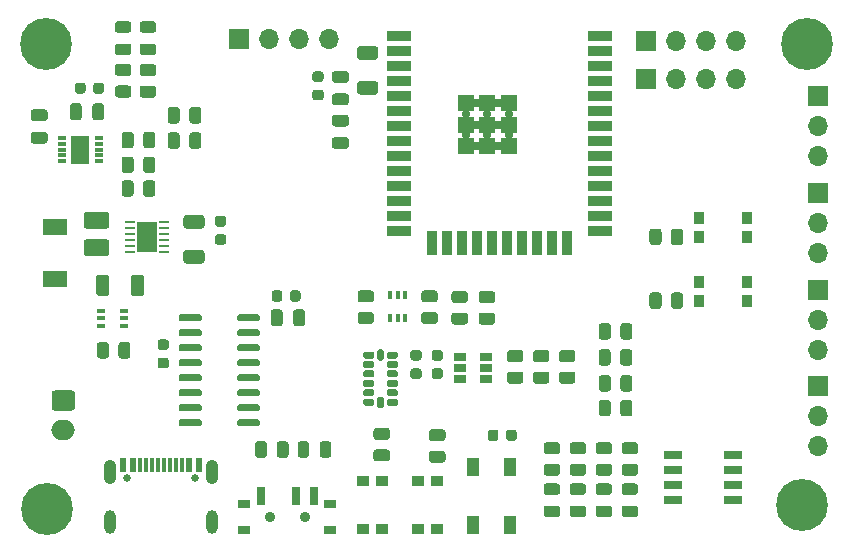
<source format=gbr>
%TF.GenerationSoftware,KiCad,Pcbnew,(5.1.12)-1*%
%TF.CreationDate,2021-12-17T12:12:49+01:00*%
%TF.ProjectId,ESP32-BOARD-V2.0,45535033-322d-4424-9f41-52442d56322e,rev?*%
%TF.SameCoordinates,Original*%
%TF.FileFunction,Soldermask,Top*%
%TF.FilePolarity,Negative*%
%FSLAX46Y46*%
G04 Gerber Fmt 4.6, Leading zero omitted, Abs format (unit mm)*
G04 Created by KiCad (PCBNEW (5.1.12)-1) date 2021-12-17 12:12:49*
%MOMM*%
%LPD*%
G01*
G04 APERTURE LIST*
%ADD10O,2.000000X1.700000*%
%ADD11R,1.550000X2.480000*%
%ADD12R,0.650000X0.300000*%
%ADD13R,1.000000X0.900000*%
%ADD14R,0.400000X0.650000*%
%ADD15R,1.600000X0.760000*%
%ADD16O,1.700000X1.700000*%
%ADD17R,1.700000X1.700000*%
%ADD18R,0.900000X1.000000*%
%ADD19C,4.400000*%
%ADD20C,0.762000*%
%ADD21R,1.330000X1.330000*%
%ADD22R,0.900000X2.000000*%
%ADD23R,2.000000X0.900000*%
%ADD24R,1.060000X0.650000*%
%ADD25R,0.840000X0.270000*%
%ADD26R,1.700000X2.500000*%
%ADD27R,1.000000X0.800000*%
%ADD28R,0.700000X1.500000*%
%ADD29C,0.900000*%
%ADD30R,0.650000X0.400000*%
%ADD31R,0.300000X1.150000*%
%ADD32R,0.600000X1.150000*%
%ADD33C,0.650000*%
%ADD34O,1.050000X2.100000*%
%ADD35O,1.000000X2.000000*%
%ADD36R,2.100000X1.400000*%
%ADD37R,1.000000X1.500000*%
G04 APERTURE END LIST*
D10*
%TO.C,J6*%
X94250000Y-98450000D03*
G36*
G01*
X93500000Y-95100000D02*
X95000000Y-95100000D01*
G75*
G02*
X95250000Y-95350000I0J-250000D01*
G01*
X95250000Y-96550000D01*
G75*
G02*
X95000000Y-96800000I-250000J0D01*
G01*
X93500000Y-96800000D01*
G75*
G02*
X93250000Y-96550000I0J250000D01*
G01*
X93250000Y-95350000D01*
G75*
G02*
X93500000Y-95100000I250000J0D01*
G01*
G37*
%TD*%
%TO.C,C16*%
G36*
G01*
X96125000Y-69250000D02*
X96125000Y-69750000D01*
G75*
G02*
X95900000Y-69975000I-225000J0D01*
G01*
X95450000Y-69975000D01*
G75*
G02*
X95225000Y-69750000I0J225000D01*
G01*
X95225000Y-69250000D01*
G75*
G02*
X95450000Y-69025000I225000J0D01*
G01*
X95900000Y-69025000D01*
G75*
G02*
X96125000Y-69250000I0J-225000D01*
G01*
G37*
G36*
G01*
X97675000Y-69250000D02*
X97675000Y-69750000D01*
G75*
G02*
X97450000Y-69975000I-225000J0D01*
G01*
X97000000Y-69975000D01*
G75*
G02*
X96775000Y-69750000I0J225000D01*
G01*
X96775000Y-69250000D01*
G75*
G02*
X97000000Y-69025000I225000J0D01*
G01*
X97450000Y-69025000D01*
G75*
G02*
X97675000Y-69250000I0J-225000D01*
G01*
G37*
%TD*%
%TO.C,U6*%
G36*
G01*
X108950000Y-89105000D02*
X108950000Y-88805000D01*
G75*
G02*
X109100000Y-88655000I150000J0D01*
G01*
X110750000Y-88655000D01*
G75*
G02*
X110900000Y-88805000I0J-150000D01*
G01*
X110900000Y-89105000D01*
G75*
G02*
X110750000Y-89255000I-150000J0D01*
G01*
X109100000Y-89255000D01*
G75*
G02*
X108950000Y-89105000I0J150000D01*
G01*
G37*
G36*
G01*
X108950000Y-90375000D02*
X108950000Y-90075000D01*
G75*
G02*
X109100000Y-89925000I150000J0D01*
G01*
X110750000Y-89925000D01*
G75*
G02*
X110900000Y-90075000I0J-150000D01*
G01*
X110900000Y-90375000D01*
G75*
G02*
X110750000Y-90525000I-150000J0D01*
G01*
X109100000Y-90525000D01*
G75*
G02*
X108950000Y-90375000I0J150000D01*
G01*
G37*
G36*
G01*
X108950000Y-91645000D02*
X108950000Y-91345000D01*
G75*
G02*
X109100000Y-91195000I150000J0D01*
G01*
X110750000Y-91195000D01*
G75*
G02*
X110900000Y-91345000I0J-150000D01*
G01*
X110900000Y-91645000D01*
G75*
G02*
X110750000Y-91795000I-150000J0D01*
G01*
X109100000Y-91795000D01*
G75*
G02*
X108950000Y-91645000I0J150000D01*
G01*
G37*
G36*
G01*
X108950000Y-92915000D02*
X108950000Y-92615000D01*
G75*
G02*
X109100000Y-92465000I150000J0D01*
G01*
X110750000Y-92465000D01*
G75*
G02*
X110900000Y-92615000I0J-150000D01*
G01*
X110900000Y-92915000D01*
G75*
G02*
X110750000Y-93065000I-150000J0D01*
G01*
X109100000Y-93065000D01*
G75*
G02*
X108950000Y-92915000I0J150000D01*
G01*
G37*
G36*
G01*
X108950000Y-94185000D02*
X108950000Y-93885000D01*
G75*
G02*
X109100000Y-93735000I150000J0D01*
G01*
X110750000Y-93735000D01*
G75*
G02*
X110900000Y-93885000I0J-150000D01*
G01*
X110900000Y-94185000D01*
G75*
G02*
X110750000Y-94335000I-150000J0D01*
G01*
X109100000Y-94335000D01*
G75*
G02*
X108950000Y-94185000I0J150000D01*
G01*
G37*
G36*
G01*
X108950000Y-95455000D02*
X108950000Y-95155000D01*
G75*
G02*
X109100000Y-95005000I150000J0D01*
G01*
X110750000Y-95005000D01*
G75*
G02*
X110900000Y-95155000I0J-150000D01*
G01*
X110900000Y-95455000D01*
G75*
G02*
X110750000Y-95605000I-150000J0D01*
G01*
X109100000Y-95605000D01*
G75*
G02*
X108950000Y-95455000I0J150000D01*
G01*
G37*
G36*
G01*
X108950000Y-96725000D02*
X108950000Y-96425000D01*
G75*
G02*
X109100000Y-96275000I150000J0D01*
G01*
X110750000Y-96275000D01*
G75*
G02*
X110900000Y-96425000I0J-150000D01*
G01*
X110900000Y-96725000D01*
G75*
G02*
X110750000Y-96875000I-150000J0D01*
G01*
X109100000Y-96875000D01*
G75*
G02*
X108950000Y-96725000I0J150000D01*
G01*
G37*
G36*
G01*
X108950000Y-97995000D02*
X108950000Y-97695000D01*
G75*
G02*
X109100000Y-97545000I150000J0D01*
G01*
X110750000Y-97545000D01*
G75*
G02*
X110900000Y-97695000I0J-150000D01*
G01*
X110900000Y-97995000D01*
G75*
G02*
X110750000Y-98145000I-150000J0D01*
G01*
X109100000Y-98145000D01*
G75*
G02*
X108950000Y-97995000I0J150000D01*
G01*
G37*
G36*
G01*
X104000000Y-97995000D02*
X104000000Y-97695000D01*
G75*
G02*
X104150000Y-97545000I150000J0D01*
G01*
X105800000Y-97545000D01*
G75*
G02*
X105950000Y-97695000I0J-150000D01*
G01*
X105950000Y-97995000D01*
G75*
G02*
X105800000Y-98145000I-150000J0D01*
G01*
X104150000Y-98145000D01*
G75*
G02*
X104000000Y-97995000I0J150000D01*
G01*
G37*
G36*
G01*
X104000000Y-96725000D02*
X104000000Y-96425000D01*
G75*
G02*
X104150000Y-96275000I150000J0D01*
G01*
X105800000Y-96275000D01*
G75*
G02*
X105950000Y-96425000I0J-150000D01*
G01*
X105950000Y-96725000D01*
G75*
G02*
X105800000Y-96875000I-150000J0D01*
G01*
X104150000Y-96875000D01*
G75*
G02*
X104000000Y-96725000I0J150000D01*
G01*
G37*
G36*
G01*
X104000000Y-95455000D02*
X104000000Y-95155000D01*
G75*
G02*
X104150000Y-95005000I150000J0D01*
G01*
X105800000Y-95005000D01*
G75*
G02*
X105950000Y-95155000I0J-150000D01*
G01*
X105950000Y-95455000D01*
G75*
G02*
X105800000Y-95605000I-150000J0D01*
G01*
X104150000Y-95605000D01*
G75*
G02*
X104000000Y-95455000I0J150000D01*
G01*
G37*
G36*
G01*
X104000000Y-94185000D02*
X104000000Y-93885000D01*
G75*
G02*
X104150000Y-93735000I150000J0D01*
G01*
X105800000Y-93735000D01*
G75*
G02*
X105950000Y-93885000I0J-150000D01*
G01*
X105950000Y-94185000D01*
G75*
G02*
X105800000Y-94335000I-150000J0D01*
G01*
X104150000Y-94335000D01*
G75*
G02*
X104000000Y-94185000I0J150000D01*
G01*
G37*
G36*
G01*
X104000000Y-92915000D02*
X104000000Y-92615000D01*
G75*
G02*
X104150000Y-92465000I150000J0D01*
G01*
X105800000Y-92465000D01*
G75*
G02*
X105950000Y-92615000I0J-150000D01*
G01*
X105950000Y-92915000D01*
G75*
G02*
X105800000Y-93065000I-150000J0D01*
G01*
X104150000Y-93065000D01*
G75*
G02*
X104000000Y-92915000I0J150000D01*
G01*
G37*
G36*
G01*
X104000000Y-91645000D02*
X104000000Y-91345000D01*
G75*
G02*
X104150000Y-91195000I150000J0D01*
G01*
X105800000Y-91195000D01*
G75*
G02*
X105950000Y-91345000I0J-150000D01*
G01*
X105950000Y-91645000D01*
G75*
G02*
X105800000Y-91795000I-150000J0D01*
G01*
X104150000Y-91795000D01*
G75*
G02*
X104000000Y-91645000I0J150000D01*
G01*
G37*
G36*
G01*
X104000000Y-90375000D02*
X104000000Y-90075000D01*
G75*
G02*
X104150000Y-89925000I150000J0D01*
G01*
X105800000Y-89925000D01*
G75*
G02*
X105950000Y-90075000I0J-150000D01*
G01*
X105950000Y-90375000D01*
G75*
G02*
X105800000Y-90525000I-150000J0D01*
G01*
X104150000Y-90525000D01*
G75*
G02*
X104000000Y-90375000I0J150000D01*
G01*
G37*
G36*
G01*
X104000000Y-89105000D02*
X104000000Y-88805000D01*
G75*
G02*
X104150000Y-88655000I150000J0D01*
G01*
X105800000Y-88655000D01*
G75*
G02*
X105950000Y-88805000I0J-150000D01*
G01*
X105950000Y-89105000D01*
G75*
G02*
X105800000Y-89255000I-150000J0D01*
G01*
X104150000Y-89255000D01*
G75*
G02*
X104000000Y-89105000I0J150000D01*
G01*
G37*
%TD*%
D11*
%TO.C,U1*%
X95675000Y-74700000D03*
D12*
X97225000Y-73700000D03*
X97225000Y-74200000D03*
X97225000Y-74700000D03*
X97225000Y-75200000D03*
X97225000Y-75700000D03*
X94125000Y-75700000D03*
X94125000Y-75200000D03*
X94125000Y-74700000D03*
X94125000Y-74200000D03*
X94125000Y-73700000D03*
%TD*%
D13*
%TO.C,SW2*%
X125900000Y-102750000D03*
X124300000Y-102750000D03*
X125900000Y-106850000D03*
X124300000Y-106850000D03*
%TD*%
%TO.C,SW1*%
X121200000Y-102750000D03*
X119600000Y-102750000D03*
X121200000Y-106850000D03*
X119600000Y-106850000D03*
%TD*%
%TO.C,R22*%
G36*
G01*
X125700001Y-87650000D02*
X124799999Y-87650000D01*
G75*
G02*
X124550000Y-87400001I0J249999D01*
G01*
X124550000Y-86874999D01*
G75*
G02*
X124799999Y-86625000I249999J0D01*
G01*
X125700001Y-86625000D01*
G75*
G02*
X125950000Y-86874999I0J-249999D01*
G01*
X125950000Y-87400001D01*
G75*
G02*
X125700001Y-87650000I-249999J0D01*
G01*
G37*
G36*
G01*
X125700001Y-89475000D02*
X124799999Y-89475000D01*
G75*
G02*
X124550000Y-89225001I0J249999D01*
G01*
X124550000Y-88699999D01*
G75*
G02*
X124799999Y-88450000I249999J0D01*
G01*
X125700001Y-88450000D01*
G75*
G02*
X125950000Y-88699999I0J-249999D01*
G01*
X125950000Y-89225001D01*
G75*
G02*
X125700001Y-89475000I-249999J0D01*
G01*
G37*
%TD*%
%TO.C,R20*%
G36*
G01*
X119399999Y-88450000D02*
X120300001Y-88450000D01*
G75*
G02*
X120550000Y-88699999I0J-249999D01*
G01*
X120550000Y-89225001D01*
G75*
G02*
X120300001Y-89475000I-249999J0D01*
G01*
X119399999Y-89475000D01*
G75*
G02*
X119150000Y-89225001I0J249999D01*
G01*
X119150000Y-88699999D01*
G75*
G02*
X119399999Y-88450000I249999J0D01*
G01*
G37*
G36*
G01*
X119399999Y-86625000D02*
X120300001Y-86625000D01*
G75*
G02*
X120550000Y-86874999I0J-249999D01*
G01*
X120550000Y-87400001D01*
G75*
G02*
X120300001Y-87650000I-249999J0D01*
G01*
X119399999Y-87650000D01*
G75*
G02*
X119150000Y-87400001I0J249999D01*
G01*
X119150000Y-86874999D01*
G75*
G02*
X119399999Y-86625000I249999J0D01*
G01*
G37*
%TD*%
D14*
%TO.C,Q1*%
X123200000Y-88950000D03*
X121900000Y-88950000D03*
X122550000Y-87050000D03*
X122550000Y-88950000D03*
X121900000Y-87050000D03*
X123200000Y-87050000D03*
%TD*%
D15*
%TO.C,J9*%
X150940000Y-100595000D03*
X145860000Y-104405000D03*
X150940000Y-101865000D03*
X145860000Y-103135000D03*
X150940000Y-103135000D03*
X145860000Y-101865000D03*
X150940000Y-104405000D03*
X145860000Y-100595000D03*
%TD*%
D16*
%TO.C,J2*%
X116720000Y-65350000D03*
X114180000Y-65350000D03*
X111640000Y-65350000D03*
D17*
X109100000Y-65350000D03*
%TD*%
%TO.C,C15*%
G36*
G01*
X112800000Y-88475000D02*
X112800000Y-89425000D01*
G75*
G02*
X112550000Y-89675000I-250000J0D01*
G01*
X112050000Y-89675000D01*
G75*
G02*
X111800000Y-89425000I0J250000D01*
G01*
X111800000Y-88475000D01*
G75*
G02*
X112050000Y-88225000I250000J0D01*
G01*
X112550000Y-88225000D01*
G75*
G02*
X112800000Y-88475000I0J-250000D01*
G01*
G37*
G36*
G01*
X114700000Y-88475000D02*
X114700000Y-89425000D01*
G75*
G02*
X114450000Y-89675000I-250000J0D01*
G01*
X113950000Y-89675000D01*
G75*
G02*
X113700000Y-89425000I0J250000D01*
G01*
X113700000Y-88475000D01*
G75*
G02*
X113950000Y-88225000I250000J0D01*
G01*
X114450000Y-88225000D01*
G75*
G02*
X114700000Y-88475000I0J-250000D01*
G01*
G37*
%TD*%
%TO.C,C14*%
G36*
G01*
X113425000Y-87350000D02*
X113425000Y-86850000D01*
G75*
G02*
X113650000Y-86625000I225000J0D01*
G01*
X114100000Y-86625000D01*
G75*
G02*
X114325000Y-86850000I0J-225000D01*
G01*
X114325000Y-87350000D01*
G75*
G02*
X114100000Y-87575000I-225000J0D01*
G01*
X113650000Y-87575000D01*
G75*
G02*
X113425000Y-87350000I0J225000D01*
G01*
G37*
G36*
G01*
X111875000Y-87350000D02*
X111875000Y-86850000D01*
G75*
G02*
X112100000Y-86625000I225000J0D01*
G01*
X112550000Y-86625000D01*
G75*
G02*
X112775000Y-86850000I0J-225000D01*
G01*
X112775000Y-87350000D01*
G75*
G02*
X112550000Y-87575000I-225000J0D01*
G01*
X112100000Y-87575000D01*
G75*
G02*
X111875000Y-87350000I0J225000D01*
G01*
G37*
%TD*%
%TO.C,C13*%
G36*
G01*
X102450000Y-92325000D02*
X102950000Y-92325000D01*
G75*
G02*
X103175000Y-92550000I0J-225000D01*
G01*
X103175000Y-93000000D01*
G75*
G02*
X102950000Y-93225000I-225000J0D01*
G01*
X102450000Y-93225000D01*
G75*
G02*
X102225000Y-93000000I0J225000D01*
G01*
X102225000Y-92550000D01*
G75*
G02*
X102450000Y-92325000I225000J0D01*
G01*
G37*
G36*
G01*
X102450000Y-90775000D02*
X102950000Y-90775000D01*
G75*
G02*
X103175000Y-91000000I0J-225000D01*
G01*
X103175000Y-91450000D01*
G75*
G02*
X102950000Y-91675000I-225000J0D01*
G01*
X102450000Y-91675000D01*
G75*
G02*
X102225000Y-91450000I0J225000D01*
G01*
X102225000Y-91000000D01*
G75*
G02*
X102450000Y-90775000I225000J0D01*
G01*
G37*
%TD*%
%TO.C,C12*%
G36*
G01*
X118175000Y-69050000D02*
X117225000Y-69050000D01*
G75*
G02*
X116975000Y-68800000I0J250000D01*
G01*
X116975000Y-68300000D01*
G75*
G02*
X117225000Y-68050000I250000J0D01*
G01*
X118175000Y-68050000D01*
G75*
G02*
X118425000Y-68300000I0J-250000D01*
G01*
X118425000Y-68800000D01*
G75*
G02*
X118175000Y-69050000I-250000J0D01*
G01*
G37*
G36*
G01*
X118175000Y-70950000D02*
X117225000Y-70950000D01*
G75*
G02*
X116975000Y-70700000I0J250000D01*
G01*
X116975000Y-70200000D01*
G75*
G02*
X117225000Y-69950000I250000J0D01*
G01*
X118175000Y-69950000D01*
G75*
G02*
X118425000Y-70200000I0J-250000D01*
G01*
X118425000Y-70700000D01*
G75*
G02*
X118175000Y-70950000I-250000J0D01*
G01*
G37*
%TD*%
%TO.C,C11*%
G36*
G01*
X115550000Y-69625000D02*
X116050000Y-69625000D01*
G75*
G02*
X116275000Y-69850000I0J-225000D01*
G01*
X116275000Y-70300000D01*
G75*
G02*
X116050000Y-70525000I-225000J0D01*
G01*
X115550000Y-70525000D01*
G75*
G02*
X115325000Y-70300000I0J225000D01*
G01*
X115325000Y-69850000D01*
G75*
G02*
X115550000Y-69625000I225000J0D01*
G01*
G37*
G36*
G01*
X115550000Y-68075000D02*
X116050000Y-68075000D01*
G75*
G02*
X116275000Y-68300000I0J-225000D01*
G01*
X116275000Y-68750000D01*
G75*
G02*
X116050000Y-68975000I-225000J0D01*
G01*
X115550000Y-68975000D01*
G75*
G02*
X115325000Y-68750000I0J225000D01*
G01*
X115325000Y-68300000D01*
G75*
G02*
X115550000Y-68075000I225000J0D01*
G01*
G37*
%TD*%
%TO.C,C10*%
G36*
G01*
X120650001Y-67100000D02*
X119349999Y-67100000D01*
G75*
G02*
X119100000Y-66850001I0J249999D01*
G01*
X119100000Y-66199999D01*
G75*
G02*
X119349999Y-65950000I249999J0D01*
G01*
X120650001Y-65950000D01*
G75*
G02*
X120900000Y-66199999I0J-249999D01*
G01*
X120900000Y-66850001D01*
G75*
G02*
X120650001Y-67100000I-249999J0D01*
G01*
G37*
G36*
G01*
X120650001Y-70050000D02*
X119349999Y-70050000D01*
G75*
G02*
X119100000Y-69800001I0J249999D01*
G01*
X119100000Y-69149999D01*
G75*
G02*
X119349999Y-68900000I249999J0D01*
G01*
X120650001Y-68900000D01*
G75*
G02*
X120900000Y-69149999I0J-249999D01*
G01*
X120900000Y-69800001D01*
G75*
G02*
X120650001Y-70050000I-249999J0D01*
G01*
G37*
%TD*%
%TO.C,C4*%
G36*
G01*
X118175000Y-72750000D02*
X117225000Y-72750000D01*
G75*
G02*
X116975000Y-72500000I0J250000D01*
G01*
X116975000Y-72000000D01*
G75*
G02*
X117225000Y-71750000I250000J0D01*
G01*
X118175000Y-71750000D01*
G75*
G02*
X118425000Y-72000000I0J-250000D01*
G01*
X118425000Y-72500000D01*
G75*
G02*
X118175000Y-72750000I-250000J0D01*
G01*
G37*
G36*
G01*
X118175000Y-74650000D02*
X117225000Y-74650000D01*
G75*
G02*
X116975000Y-74400000I0J250000D01*
G01*
X116975000Y-73900000D01*
G75*
G02*
X117225000Y-73650000I250000J0D01*
G01*
X118175000Y-73650000D01*
G75*
G02*
X118425000Y-73900000I0J-250000D01*
G01*
X118425000Y-74400000D01*
G75*
G02*
X118175000Y-74650000I-250000J0D01*
G01*
G37*
%TD*%
D18*
%TO.C,B2*%
X152150000Y-87500000D03*
X152150000Y-85900000D03*
X148050000Y-87500000D03*
X148050000Y-85900000D03*
%TD*%
%TO.C,B1*%
X152150000Y-82100000D03*
X152150000Y-80500000D03*
X148050000Y-82100000D03*
X148050000Y-80500000D03*
%TD*%
%TO.C,R11*%
G36*
G01*
X101000000Y-78450001D02*
X101000000Y-77549999D01*
G75*
G02*
X101249999Y-77300000I249999J0D01*
G01*
X101775001Y-77300000D01*
G75*
G02*
X102025000Y-77549999I0J-249999D01*
G01*
X102025000Y-78450001D01*
G75*
G02*
X101775001Y-78700000I-249999J0D01*
G01*
X101249999Y-78700000D01*
G75*
G02*
X101000000Y-78450001I0J249999D01*
G01*
G37*
G36*
G01*
X99175000Y-78450001D02*
X99175000Y-77549999D01*
G75*
G02*
X99424999Y-77300000I249999J0D01*
G01*
X99950001Y-77300000D01*
G75*
G02*
X100200000Y-77549999I0J-249999D01*
G01*
X100200000Y-78450001D01*
G75*
G02*
X99950001Y-78700000I-249999J0D01*
G01*
X99424999Y-78700000D01*
G75*
G02*
X99175000Y-78450001I0J249999D01*
G01*
G37*
%TD*%
%TO.C,R10*%
G36*
G01*
X101000000Y-76450001D02*
X101000000Y-75549999D01*
G75*
G02*
X101249999Y-75300000I249999J0D01*
G01*
X101775001Y-75300000D01*
G75*
G02*
X102025000Y-75549999I0J-249999D01*
G01*
X102025000Y-76450001D01*
G75*
G02*
X101775001Y-76700000I-249999J0D01*
G01*
X101249999Y-76700000D01*
G75*
G02*
X101000000Y-76450001I0J249999D01*
G01*
G37*
G36*
G01*
X99175000Y-76450001D02*
X99175000Y-75549999D01*
G75*
G02*
X99424999Y-75300000I249999J0D01*
G01*
X99950001Y-75300000D01*
G75*
G02*
X100200000Y-75549999I0J-249999D01*
G01*
X100200000Y-76450001D01*
G75*
G02*
X99950001Y-76700000I-249999J0D01*
G01*
X99424999Y-76700000D01*
G75*
G02*
X99175000Y-76450001I0J249999D01*
G01*
G37*
%TD*%
%TO.C,R6*%
G36*
G01*
X104900000Y-74400001D02*
X104900000Y-73499999D01*
G75*
G02*
X105149999Y-73250000I249999J0D01*
G01*
X105675001Y-73250000D01*
G75*
G02*
X105925000Y-73499999I0J-249999D01*
G01*
X105925000Y-74400001D01*
G75*
G02*
X105675001Y-74650000I-249999J0D01*
G01*
X105149999Y-74650000D01*
G75*
G02*
X104900000Y-74400001I0J249999D01*
G01*
G37*
G36*
G01*
X103075000Y-74400001D02*
X103075000Y-73499999D01*
G75*
G02*
X103324999Y-73250000I249999J0D01*
G01*
X103850001Y-73250000D01*
G75*
G02*
X104100000Y-73499999I0J-249999D01*
G01*
X104100000Y-74400001D01*
G75*
G02*
X103850001Y-74650000I-249999J0D01*
G01*
X103324999Y-74650000D01*
G75*
G02*
X103075000Y-74400001I0J249999D01*
G01*
G37*
%TD*%
%TO.C,R5*%
G36*
G01*
X104100000Y-71349999D02*
X104100000Y-72250001D01*
G75*
G02*
X103850001Y-72500000I-249999J0D01*
G01*
X103324999Y-72500000D01*
G75*
G02*
X103075000Y-72250001I0J249999D01*
G01*
X103075000Y-71349999D01*
G75*
G02*
X103324999Y-71100000I249999J0D01*
G01*
X103850001Y-71100000D01*
G75*
G02*
X104100000Y-71349999I0J-249999D01*
G01*
G37*
G36*
G01*
X105925000Y-71349999D02*
X105925000Y-72250001D01*
G75*
G02*
X105675001Y-72500000I-249999J0D01*
G01*
X105149999Y-72500000D01*
G75*
G02*
X104900000Y-72250001I0J249999D01*
G01*
X104900000Y-71349999D01*
G75*
G02*
X105149999Y-71100000I249999J0D01*
G01*
X105675001Y-71100000D01*
G75*
G02*
X105925000Y-71349999I0J-249999D01*
G01*
G37*
%TD*%
D16*
%TO.C,J5*%
X158100000Y-99780000D03*
X158100000Y-97240000D03*
D17*
X158100000Y-94700000D03*
%TD*%
D16*
%TO.C,J8*%
X151220000Y-68700000D03*
X148680000Y-68700000D03*
X146140000Y-68700000D03*
D17*
X143600000Y-68700000D03*
%TD*%
D16*
%TO.C,J4*%
X158100000Y-83480000D03*
X158100000Y-80940000D03*
D17*
X158100000Y-78400000D03*
%TD*%
D16*
%TO.C,J3*%
X158100000Y-91680000D03*
X158100000Y-89140000D03*
D17*
X158100000Y-86600000D03*
%TD*%
D16*
%TO.C,J1*%
X158100000Y-75280000D03*
X158100000Y-72740000D03*
D17*
X158100000Y-70200000D03*
%TD*%
%TO.C,R14*%
G36*
G01*
X144887500Y-81649999D02*
X144887500Y-82550001D01*
G75*
G02*
X144637501Y-82800000I-249999J0D01*
G01*
X144112499Y-82800000D01*
G75*
G02*
X143862500Y-82550001I0J249999D01*
G01*
X143862500Y-81649999D01*
G75*
G02*
X144112499Y-81400000I249999J0D01*
G01*
X144637501Y-81400000D01*
G75*
G02*
X144887500Y-81649999I0J-249999D01*
G01*
G37*
G36*
G01*
X146712500Y-81649999D02*
X146712500Y-82550001D01*
G75*
G02*
X146462501Y-82800000I-249999J0D01*
G01*
X145937499Y-82800000D01*
G75*
G02*
X145687500Y-82550001I0J249999D01*
G01*
X145687500Y-81649999D01*
G75*
G02*
X145937499Y-81400000I249999J0D01*
G01*
X146462501Y-81400000D01*
G75*
G02*
X146712500Y-81649999I0J-249999D01*
G01*
G37*
%TD*%
%TO.C,R12*%
G36*
G01*
X144887500Y-87049999D02*
X144887500Y-87950001D01*
G75*
G02*
X144637501Y-88200000I-249999J0D01*
G01*
X144112499Y-88200000D01*
G75*
G02*
X143862500Y-87950001I0J249999D01*
G01*
X143862500Y-87049999D01*
G75*
G02*
X144112499Y-86800000I249999J0D01*
G01*
X144637501Y-86800000D01*
G75*
G02*
X144887500Y-87049999I0J-249999D01*
G01*
G37*
G36*
G01*
X146712500Y-87049999D02*
X146712500Y-87950001D01*
G75*
G02*
X146462501Y-88200000I-249999J0D01*
G01*
X145937499Y-88200000D01*
G75*
G02*
X145687500Y-87950001I0J249999D01*
G01*
X145687500Y-87049999D01*
G75*
G02*
X145937499Y-86800000I249999J0D01*
G01*
X146462501Y-86800000D01*
G75*
G02*
X146712500Y-87049999I0J-249999D01*
G01*
G37*
%TD*%
D19*
%TO.C,H4*%
X157200000Y-65800000D03*
%TD*%
%TO.C,H3*%
X156800000Y-104800000D03*
%TD*%
%TO.C,H2*%
X92900000Y-105100000D03*
%TD*%
%TO.C,H1*%
X92800000Y-65800000D03*
%TD*%
D16*
%TO.C,J7*%
X151220000Y-65500000D03*
X148680000Y-65500000D03*
X146140000Y-65500000D03*
D17*
X143600000Y-65500000D03*
%TD*%
%TO.C,TH1*%
G36*
G01*
X130550001Y-87700000D02*
X129649999Y-87700000D01*
G75*
G02*
X129400000Y-87450001I0J249999D01*
G01*
X129400000Y-86924999D01*
G75*
G02*
X129649999Y-86675000I249999J0D01*
G01*
X130550001Y-86675000D01*
G75*
G02*
X130800000Y-86924999I0J-249999D01*
G01*
X130800000Y-87450001D01*
G75*
G02*
X130550001Y-87700000I-249999J0D01*
G01*
G37*
G36*
G01*
X130550001Y-89525000D02*
X129649999Y-89525000D01*
G75*
G02*
X129400000Y-89275001I0J249999D01*
G01*
X129400000Y-88749999D01*
G75*
G02*
X129649999Y-88500000I249999J0D01*
G01*
X130550001Y-88500000D01*
G75*
G02*
X130800000Y-88749999I0J-249999D01*
G01*
X130800000Y-89275001D01*
G75*
G02*
X130550001Y-89525000I-249999J0D01*
G01*
G37*
%TD*%
%TO.C,R21*%
G36*
G01*
X127349999Y-88500000D02*
X128250001Y-88500000D01*
G75*
G02*
X128500000Y-88749999I0J-249999D01*
G01*
X128500000Y-89275001D01*
G75*
G02*
X128250001Y-89525000I-249999J0D01*
G01*
X127349999Y-89525000D01*
G75*
G02*
X127100000Y-89275001I0J249999D01*
G01*
X127100000Y-88749999D01*
G75*
G02*
X127349999Y-88500000I249999J0D01*
G01*
G37*
G36*
G01*
X127349999Y-86675000D02*
X128250001Y-86675000D01*
G75*
G02*
X128500000Y-86924999I0J-249999D01*
G01*
X128500000Y-87450001D01*
G75*
G02*
X128250001Y-87700000I-249999J0D01*
G01*
X127349999Y-87700000D01*
G75*
G02*
X127100000Y-87450001I0J249999D01*
G01*
X127100000Y-86924999D01*
G75*
G02*
X127349999Y-86675000I249999J0D01*
G01*
G37*
%TD*%
%TO.C,R17*%
G36*
G01*
X140600000Y-96149999D02*
X140600000Y-97050001D01*
G75*
G02*
X140350001Y-97300000I-249999J0D01*
G01*
X139824999Y-97300000D01*
G75*
G02*
X139575000Y-97050001I0J249999D01*
G01*
X139575000Y-96149999D01*
G75*
G02*
X139824999Y-95900000I249999J0D01*
G01*
X140350001Y-95900000D01*
G75*
G02*
X140600000Y-96149999I0J-249999D01*
G01*
G37*
G36*
G01*
X142425000Y-96149999D02*
X142425000Y-97050001D01*
G75*
G02*
X142175001Y-97300000I-249999J0D01*
G01*
X141649999Y-97300000D01*
G75*
G02*
X141400000Y-97050001I0J249999D01*
G01*
X141400000Y-96149999D01*
G75*
G02*
X141649999Y-95900000I249999J0D01*
G01*
X142175001Y-95900000D01*
G75*
G02*
X142425000Y-96149999I0J-249999D01*
G01*
G37*
%TD*%
%TO.C,R16*%
G36*
G01*
X140600000Y-94049999D02*
X140600000Y-94950001D01*
G75*
G02*
X140350001Y-95200000I-249999J0D01*
G01*
X139824999Y-95200000D01*
G75*
G02*
X139575000Y-94950001I0J249999D01*
G01*
X139575000Y-94049999D01*
G75*
G02*
X139824999Y-93800000I249999J0D01*
G01*
X140350001Y-93800000D01*
G75*
G02*
X140600000Y-94049999I0J-249999D01*
G01*
G37*
G36*
G01*
X142425000Y-94049999D02*
X142425000Y-94950001D01*
G75*
G02*
X142175001Y-95200000I-249999J0D01*
G01*
X141649999Y-95200000D01*
G75*
G02*
X141400000Y-94950001I0J249999D01*
G01*
X141400000Y-94049999D01*
G75*
G02*
X141649999Y-93800000I249999J0D01*
G01*
X142175001Y-93800000D01*
G75*
G02*
X142425000Y-94049999I0J-249999D01*
G01*
G37*
%TD*%
%TO.C,R15*%
G36*
G01*
X140587500Y-91849999D02*
X140587500Y-92750001D01*
G75*
G02*
X140337501Y-93000000I-249999J0D01*
G01*
X139812499Y-93000000D01*
G75*
G02*
X139562500Y-92750001I0J249999D01*
G01*
X139562500Y-91849999D01*
G75*
G02*
X139812499Y-91600000I249999J0D01*
G01*
X140337501Y-91600000D01*
G75*
G02*
X140587500Y-91849999I0J-249999D01*
G01*
G37*
G36*
G01*
X142412500Y-91849999D02*
X142412500Y-92750001D01*
G75*
G02*
X142162501Y-93000000I-249999J0D01*
G01*
X141637499Y-93000000D01*
G75*
G02*
X141387500Y-92750001I0J249999D01*
G01*
X141387500Y-91849999D01*
G75*
G02*
X141637499Y-91600000I249999J0D01*
G01*
X142162501Y-91600000D01*
G75*
G02*
X142412500Y-91849999I0J-249999D01*
G01*
G37*
%TD*%
%TO.C,R13*%
G36*
G01*
X140600000Y-89649999D02*
X140600000Y-90550001D01*
G75*
G02*
X140350001Y-90800000I-249999J0D01*
G01*
X139824999Y-90800000D01*
G75*
G02*
X139575000Y-90550001I0J249999D01*
G01*
X139575000Y-89649999D01*
G75*
G02*
X139824999Y-89400000I249999J0D01*
G01*
X140350001Y-89400000D01*
G75*
G02*
X140600000Y-89649999I0J-249999D01*
G01*
G37*
G36*
G01*
X142425000Y-89649999D02*
X142425000Y-90550001D01*
G75*
G02*
X142175001Y-90800000I-249999J0D01*
G01*
X141649999Y-90800000D01*
G75*
G02*
X141400000Y-90550001I0J249999D01*
G01*
X141400000Y-89649999D01*
G75*
G02*
X141649999Y-89400000I249999J0D01*
G01*
X142175001Y-89400000D01*
G75*
G02*
X142425000Y-89649999I0J-249999D01*
G01*
G37*
%TD*%
%TO.C,R27*%
G36*
G01*
X111500000Y-99649999D02*
X111500000Y-100550001D01*
G75*
G02*
X111250001Y-100800000I-249999J0D01*
G01*
X110724999Y-100800000D01*
G75*
G02*
X110475000Y-100550001I0J249999D01*
G01*
X110475000Y-99649999D01*
G75*
G02*
X110724999Y-99400000I249999J0D01*
G01*
X111250001Y-99400000D01*
G75*
G02*
X111500000Y-99649999I0J-249999D01*
G01*
G37*
G36*
G01*
X113325000Y-99649999D02*
X113325000Y-100550001D01*
G75*
G02*
X113075001Y-100800000I-249999J0D01*
G01*
X112549999Y-100800000D01*
G75*
G02*
X112300000Y-100550001I0J249999D01*
G01*
X112300000Y-99649999D01*
G75*
G02*
X112549999Y-99400000I249999J0D01*
G01*
X113075001Y-99400000D01*
G75*
G02*
X113325000Y-99649999I0J-249999D01*
G01*
G37*
%TD*%
%TO.C,D9*%
G36*
G01*
X115950000Y-100556250D02*
X115950000Y-99643750D01*
G75*
G02*
X116193750Y-99400000I243750J0D01*
G01*
X116681250Y-99400000D01*
G75*
G02*
X116925000Y-99643750I0J-243750D01*
G01*
X116925000Y-100556250D01*
G75*
G02*
X116681250Y-100800000I-243750J0D01*
G01*
X116193750Y-100800000D01*
G75*
G02*
X115950000Y-100556250I0J243750D01*
G01*
G37*
G36*
G01*
X114075000Y-100556250D02*
X114075000Y-99643750D01*
G75*
G02*
X114318750Y-99400000I243750J0D01*
G01*
X114806250Y-99400000D01*
G75*
G02*
X115050000Y-99643750I0J-243750D01*
G01*
X115050000Y-100556250D01*
G75*
G02*
X114806250Y-100800000I-243750J0D01*
G01*
X114318750Y-100800000D01*
G75*
G02*
X114075000Y-100556250I0J243750D01*
G01*
G37*
%TD*%
%TO.C,C9*%
G36*
G01*
X107300000Y-81875000D02*
X107800000Y-81875000D01*
G75*
G02*
X108025000Y-82100000I0J-225000D01*
G01*
X108025000Y-82550000D01*
G75*
G02*
X107800000Y-82775000I-225000J0D01*
G01*
X107300000Y-82775000D01*
G75*
G02*
X107075000Y-82550000I0J225000D01*
G01*
X107075000Y-82100000D01*
G75*
G02*
X107300000Y-81875000I225000J0D01*
G01*
G37*
G36*
G01*
X107300000Y-80325000D02*
X107800000Y-80325000D01*
G75*
G02*
X108025000Y-80550000I0J-225000D01*
G01*
X108025000Y-81000000D01*
G75*
G02*
X107800000Y-81225000I-225000J0D01*
G01*
X107300000Y-81225000D01*
G75*
G02*
X107075000Y-81000000I0J225000D01*
G01*
X107075000Y-80550000D01*
G75*
G02*
X107300000Y-80325000I225000J0D01*
G01*
G37*
%TD*%
D20*
%TO.C,U2*%
X131067500Y-74425000D03*
X129232500Y-74425000D03*
X131067500Y-70755000D03*
X129232500Y-70755000D03*
X131067500Y-72590000D03*
X129232500Y-72590000D03*
X131985000Y-73507500D03*
X130150000Y-73507500D03*
X128315000Y-73507500D03*
X131985000Y-71672500D03*
X128315000Y-71672500D03*
X130150000Y-71672500D03*
D21*
X131985000Y-74425000D03*
X128315000Y-74425000D03*
X130150000Y-74425000D03*
X131985000Y-70755000D03*
X128315000Y-70755000D03*
X130150000Y-70755000D03*
X131985000Y-72590000D03*
X128315000Y-72590000D03*
X130150000Y-72590000D03*
D22*
X125435000Y-82600000D03*
X126705000Y-82600000D03*
X127975000Y-82600000D03*
X129245000Y-82600000D03*
X130515000Y-82600000D03*
X136865000Y-82600000D03*
X135595000Y-82600000D03*
X134325000Y-82600000D03*
X133055000Y-82600000D03*
X131785000Y-82600000D03*
D23*
X139650000Y-65090000D03*
X139650000Y-66360000D03*
X139650000Y-67630000D03*
X139650000Y-68900000D03*
X139650000Y-70170000D03*
X139650000Y-71440000D03*
X139650000Y-72710000D03*
X139650000Y-73980000D03*
X139650000Y-75250000D03*
X139650000Y-76520000D03*
X139650000Y-77790000D03*
X139650000Y-79060000D03*
X139650000Y-80330000D03*
X139650000Y-81600000D03*
X122650000Y-65090000D03*
X122650000Y-66360000D03*
X122650000Y-67630000D03*
X122650000Y-68900000D03*
X122650000Y-70170000D03*
X122650000Y-71440000D03*
X122650000Y-72710000D03*
X122650000Y-73980000D03*
X122650000Y-75250000D03*
X122650000Y-76520000D03*
X122650000Y-77790000D03*
X122650000Y-79060000D03*
X122650000Y-80330000D03*
X122650000Y-81600000D03*
%TD*%
D24*
%TO.C,U5*%
X130050000Y-93175000D03*
X130050000Y-92225000D03*
X130050000Y-94125000D03*
X127850000Y-94125000D03*
X127850000Y-93175000D03*
X127850000Y-92225000D03*
%TD*%
D25*
%TO.C,U4*%
X99855000Y-80850000D03*
X99855000Y-81350000D03*
X99855000Y-81850000D03*
X99855000Y-82350000D03*
X99855000Y-82850000D03*
X99855000Y-83350000D03*
X102745000Y-83350000D03*
X102745000Y-82850000D03*
X102745000Y-82350000D03*
X102745000Y-81850000D03*
X102745000Y-81350000D03*
X102745000Y-80850000D03*
D26*
X101300000Y-82100000D03*
%TD*%
%TO.C,U3*%
G36*
G01*
X121400000Y-95775000D02*
X121400000Y-96425000D01*
G75*
G02*
X121250000Y-96575000I-150000J0D01*
G01*
X120950000Y-96575000D01*
G75*
G02*
X120800000Y-96425000I0J150000D01*
G01*
X120800000Y-95775000D01*
G75*
G02*
X120950000Y-95625000I150000J0D01*
G01*
X121250000Y-95625000D01*
G75*
G02*
X121400000Y-95775000I0J-150000D01*
G01*
G37*
G36*
G01*
X120575000Y-95950000D02*
X120575000Y-96250000D01*
G75*
G02*
X120425000Y-96400000I-150000J0D01*
G01*
X119775000Y-96400000D01*
G75*
G02*
X119625000Y-96250000I0J150000D01*
G01*
X119625000Y-95950000D01*
G75*
G02*
X119775000Y-95800000I150000J0D01*
G01*
X120425000Y-95800000D01*
G75*
G02*
X120575000Y-95950000I0J-150000D01*
G01*
G37*
G36*
G01*
X120575000Y-95150000D02*
X120575000Y-95450000D01*
G75*
G02*
X120425000Y-95600000I-150000J0D01*
G01*
X119775000Y-95600000D01*
G75*
G02*
X119625000Y-95450000I0J150000D01*
G01*
X119625000Y-95150000D01*
G75*
G02*
X119775000Y-95000000I150000J0D01*
G01*
X120425000Y-95000000D01*
G75*
G02*
X120575000Y-95150000I0J-150000D01*
G01*
G37*
G36*
G01*
X120575000Y-94350000D02*
X120575000Y-94650000D01*
G75*
G02*
X120425000Y-94800000I-150000J0D01*
G01*
X119775000Y-94800000D01*
G75*
G02*
X119625000Y-94650000I0J150000D01*
G01*
X119625000Y-94350000D01*
G75*
G02*
X119775000Y-94200000I150000J0D01*
G01*
X120425000Y-94200000D01*
G75*
G02*
X120575000Y-94350000I0J-150000D01*
G01*
G37*
G36*
G01*
X120575000Y-93550000D02*
X120575000Y-93850000D01*
G75*
G02*
X120425000Y-94000000I-150000J0D01*
G01*
X119775000Y-94000000D01*
G75*
G02*
X119625000Y-93850000I0J150000D01*
G01*
X119625000Y-93550000D01*
G75*
G02*
X119775000Y-93400000I150000J0D01*
G01*
X120425000Y-93400000D01*
G75*
G02*
X120575000Y-93550000I0J-150000D01*
G01*
G37*
G36*
G01*
X120575000Y-92750000D02*
X120575000Y-93050000D01*
G75*
G02*
X120425000Y-93200000I-150000J0D01*
G01*
X119775000Y-93200000D01*
G75*
G02*
X119625000Y-93050000I0J150000D01*
G01*
X119625000Y-92750000D01*
G75*
G02*
X119775000Y-92600000I150000J0D01*
G01*
X120425000Y-92600000D01*
G75*
G02*
X120575000Y-92750000I0J-150000D01*
G01*
G37*
G36*
G01*
X120575000Y-91950000D02*
X120575000Y-92250000D01*
G75*
G02*
X120425000Y-92400000I-150000J0D01*
G01*
X119775000Y-92400000D01*
G75*
G02*
X119625000Y-92250000I0J150000D01*
G01*
X119625000Y-91950000D01*
G75*
G02*
X119775000Y-91800000I150000J0D01*
G01*
X120425000Y-91800000D01*
G75*
G02*
X120575000Y-91950000I0J-150000D01*
G01*
G37*
G36*
G01*
X121400000Y-91775000D02*
X121400000Y-92425000D01*
G75*
G02*
X121250000Y-92575000I-150000J0D01*
G01*
X120950000Y-92575000D01*
G75*
G02*
X120800000Y-92425000I0J150000D01*
G01*
X120800000Y-91775000D01*
G75*
G02*
X120950000Y-91625000I150000J0D01*
G01*
X121250000Y-91625000D01*
G75*
G02*
X121400000Y-91775000I0J-150000D01*
G01*
G37*
G36*
G01*
X122575000Y-91950000D02*
X122575000Y-92250000D01*
G75*
G02*
X122425000Y-92400000I-150000J0D01*
G01*
X121775000Y-92400000D01*
G75*
G02*
X121625000Y-92250000I0J150000D01*
G01*
X121625000Y-91950000D01*
G75*
G02*
X121775000Y-91800000I150000J0D01*
G01*
X122425000Y-91800000D01*
G75*
G02*
X122575000Y-91950000I0J-150000D01*
G01*
G37*
G36*
G01*
X122575000Y-92750000D02*
X122575000Y-93050000D01*
G75*
G02*
X122425000Y-93200000I-150000J0D01*
G01*
X121775000Y-93200000D01*
G75*
G02*
X121625000Y-93050000I0J150000D01*
G01*
X121625000Y-92750000D01*
G75*
G02*
X121775000Y-92600000I150000J0D01*
G01*
X122425000Y-92600000D01*
G75*
G02*
X122575000Y-92750000I0J-150000D01*
G01*
G37*
G36*
G01*
X122575000Y-93550000D02*
X122575000Y-93850000D01*
G75*
G02*
X122425000Y-94000000I-150000J0D01*
G01*
X121775000Y-94000000D01*
G75*
G02*
X121625000Y-93850000I0J150000D01*
G01*
X121625000Y-93550000D01*
G75*
G02*
X121775000Y-93400000I150000J0D01*
G01*
X122425000Y-93400000D01*
G75*
G02*
X122575000Y-93550000I0J-150000D01*
G01*
G37*
G36*
G01*
X122575000Y-94350000D02*
X122575000Y-94650000D01*
G75*
G02*
X122425000Y-94800000I-150000J0D01*
G01*
X121775000Y-94800000D01*
G75*
G02*
X121625000Y-94650000I0J150000D01*
G01*
X121625000Y-94350000D01*
G75*
G02*
X121775000Y-94200000I150000J0D01*
G01*
X122425000Y-94200000D01*
G75*
G02*
X122575000Y-94350000I0J-150000D01*
G01*
G37*
G36*
G01*
X122575000Y-95150000D02*
X122575000Y-95450000D01*
G75*
G02*
X122425000Y-95600000I-150000J0D01*
G01*
X121775000Y-95600000D01*
G75*
G02*
X121625000Y-95450000I0J150000D01*
G01*
X121625000Y-95150000D01*
G75*
G02*
X121775000Y-95000000I150000J0D01*
G01*
X122425000Y-95000000D01*
G75*
G02*
X122575000Y-95150000I0J-150000D01*
G01*
G37*
G36*
G01*
X122575000Y-95950000D02*
X122575000Y-96250000D01*
G75*
G02*
X122425000Y-96400000I-150000J0D01*
G01*
X121775000Y-96400000D01*
G75*
G02*
X121625000Y-96250000I0J150000D01*
G01*
X121625000Y-95950000D01*
G75*
G02*
X121775000Y-95800000I150000J0D01*
G01*
X122425000Y-95800000D01*
G75*
G02*
X122575000Y-95950000I0J-150000D01*
G01*
G37*
%TD*%
D27*
%TO.C,SW3*%
X109550000Y-104720000D03*
X116850000Y-104720000D03*
X116850000Y-106930000D03*
X109550000Y-106930000D03*
D28*
X115450000Y-104070000D03*
X113950000Y-104070000D03*
X110950000Y-104070000D03*
D29*
X114700000Y-105830000D03*
X111700000Y-105830000D03*
%TD*%
%TO.C,R26*%
G36*
G01*
X135150001Y-92700000D02*
X134249999Y-92700000D01*
G75*
G02*
X134000000Y-92450001I0J249999D01*
G01*
X134000000Y-91924999D01*
G75*
G02*
X134249999Y-91675000I249999J0D01*
G01*
X135150001Y-91675000D01*
G75*
G02*
X135400000Y-91924999I0J-249999D01*
G01*
X135400000Y-92450001D01*
G75*
G02*
X135150001Y-92700000I-249999J0D01*
G01*
G37*
G36*
G01*
X135150001Y-94525000D02*
X134249999Y-94525000D01*
G75*
G02*
X134000000Y-94275001I0J249999D01*
G01*
X134000000Y-93749999D01*
G75*
G02*
X134249999Y-93500000I249999J0D01*
G01*
X135150001Y-93500000D01*
G75*
G02*
X135400000Y-93749999I0J-249999D01*
G01*
X135400000Y-94275001D01*
G75*
G02*
X135150001Y-94525000I-249999J0D01*
G01*
G37*
%TD*%
%TO.C,R25*%
G36*
G01*
X137350001Y-92700000D02*
X136449999Y-92700000D01*
G75*
G02*
X136200000Y-92450001I0J249999D01*
G01*
X136200000Y-91924999D01*
G75*
G02*
X136449999Y-91675000I249999J0D01*
G01*
X137350001Y-91675000D01*
G75*
G02*
X137600000Y-91924999I0J-249999D01*
G01*
X137600000Y-92450001D01*
G75*
G02*
X137350001Y-92700000I-249999J0D01*
G01*
G37*
G36*
G01*
X137350001Y-94525000D02*
X136449999Y-94525000D01*
G75*
G02*
X136200000Y-94275001I0J249999D01*
G01*
X136200000Y-93749999D01*
G75*
G02*
X136449999Y-93500000I249999J0D01*
G01*
X137350001Y-93500000D01*
G75*
G02*
X137600000Y-93749999I0J-249999D01*
G01*
X137600000Y-94275001D01*
G75*
G02*
X137350001Y-94525000I-249999J0D01*
G01*
G37*
%TD*%
%TO.C,R24*%
G36*
G01*
X132950001Y-92700000D02*
X132049999Y-92700000D01*
G75*
G02*
X131800000Y-92450001I0J249999D01*
G01*
X131800000Y-91924999D01*
G75*
G02*
X132049999Y-91675000I249999J0D01*
G01*
X132950001Y-91675000D01*
G75*
G02*
X133200000Y-91924999I0J-249999D01*
G01*
X133200000Y-92450001D01*
G75*
G02*
X132950001Y-92700000I-249999J0D01*
G01*
G37*
G36*
G01*
X132950001Y-94525000D02*
X132049999Y-94525000D01*
G75*
G02*
X131800000Y-94275001I0J249999D01*
G01*
X131800000Y-93749999D01*
G75*
G02*
X132049999Y-93500000I249999J0D01*
G01*
X132950001Y-93500000D01*
G75*
G02*
X133200000Y-93749999I0J-249999D01*
G01*
X133200000Y-94275001D01*
G75*
G02*
X132950001Y-94525000I-249999J0D01*
G01*
G37*
%TD*%
%TO.C,R23*%
G36*
G01*
X98900000Y-92150001D02*
X98900000Y-91249999D01*
G75*
G02*
X99149999Y-91000000I249999J0D01*
G01*
X99675001Y-91000000D01*
G75*
G02*
X99925000Y-91249999I0J-249999D01*
G01*
X99925000Y-92150001D01*
G75*
G02*
X99675001Y-92400000I-249999J0D01*
G01*
X99149999Y-92400000D01*
G75*
G02*
X98900000Y-92150001I0J249999D01*
G01*
G37*
G36*
G01*
X97075000Y-92150001D02*
X97075000Y-91249999D01*
G75*
G02*
X97324999Y-91000000I249999J0D01*
G01*
X97850001Y-91000000D01*
G75*
G02*
X98100000Y-91249999I0J-249999D01*
G01*
X98100000Y-92150001D01*
G75*
G02*
X97850001Y-92400000I-249999J0D01*
G01*
X97324999Y-92400000D01*
G75*
G02*
X97075000Y-92150001I0J249999D01*
G01*
G37*
%TD*%
%TO.C,R19*%
G36*
G01*
X125449999Y-100200000D02*
X126350001Y-100200000D01*
G75*
G02*
X126600000Y-100449999I0J-249999D01*
G01*
X126600000Y-100975001D01*
G75*
G02*
X126350001Y-101225000I-249999J0D01*
G01*
X125449999Y-101225000D01*
G75*
G02*
X125200000Y-100975001I0J249999D01*
G01*
X125200000Y-100449999D01*
G75*
G02*
X125449999Y-100200000I249999J0D01*
G01*
G37*
G36*
G01*
X125449999Y-98375000D02*
X126350001Y-98375000D01*
G75*
G02*
X126600000Y-98624999I0J-249999D01*
G01*
X126600000Y-99150001D01*
G75*
G02*
X126350001Y-99400000I-249999J0D01*
G01*
X125449999Y-99400000D01*
G75*
G02*
X125200000Y-99150001I0J249999D01*
G01*
X125200000Y-98624999D01*
G75*
G02*
X125449999Y-98375000I249999J0D01*
G01*
G37*
%TD*%
%TO.C,R18*%
G36*
G01*
X120749999Y-100087500D02*
X121650001Y-100087500D01*
G75*
G02*
X121900000Y-100337499I0J-249999D01*
G01*
X121900000Y-100862501D01*
G75*
G02*
X121650001Y-101112500I-249999J0D01*
G01*
X120749999Y-101112500D01*
G75*
G02*
X120500000Y-100862501I0J249999D01*
G01*
X120500000Y-100337499D01*
G75*
G02*
X120749999Y-100087500I249999J0D01*
G01*
G37*
G36*
G01*
X120749999Y-98262500D02*
X121650001Y-98262500D01*
G75*
G02*
X121900000Y-98512499I0J-249999D01*
G01*
X121900000Y-99037501D01*
G75*
G02*
X121650001Y-99287500I-249999J0D01*
G01*
X120749999Y-99287500D01*
G75*
G02*
X120500000Y-99037501I0J249999D01*
G01*
X120500000Y-98512499D01*
G75*
G02*
X120749999Y-98262500I249999J0D01*
G01*
G37*
%TD*%
%TO.C,R9*%
G36*
G01*
X101000000Y-74350001D02*
X101000000Y-73449999D01*
G75*
G02*
X101249999Y-73200000I249999J0D01*
G01*
X101775001Y-73200000D01*
G75*
G02*
X102025000Y-73449999I0J-249999D01*
G01*
X102025000Y-74350001D01*
G75*
G02*
X101775001Y-74600000I-249999J0D01*
G01*
X101249999Y-74600000D01*
G75*
G02*
X101000000Y-74350001I0J249999D01*
G01*
G37*
G36*
G01*
X99175000Y-74350001D02*
X99175000Y-73449999D01*
G75*
G02*
X99424999Y-73200000I249999J0D01*
G01*
X99950001Y-73200000D01*
G75*
G02*
X100200000Y-73449999I0J-249999D01*
G01*
X100200000Y-74350001D01*
G75*
G02*
X99950001Y-74600000I-249999J0D01*
G01*
X99424999Y-74600000D01*
G75*
G02*
X99175000Y-74350001I0J249999D01*
G01*
G37*
%TD*%
%TO.C,R8*%
G36*
G01*
X142650001Y-100500000D02*
X141749999Y-100500000D01*
G75*
G02*
X141500000Y-100250001I0J249999D01*
G01*
X141500000Y-99724999D01*
G75*
G02*
X141749999Y-99475000I249999J0D01*
G01*
X142650001Y-99475000D01*
G75*
G02*
X142900000Y-99724999I0J-249999D01*
G01*
X142900000Y-100250001D01*
G75*
G02*
X142650001Y-100500000I-249999J0D01*
G01*
G37*
G36*
G01*
X142650001Y-102325000D02*
X141749999Y-102325000D01*
G75*
G02*
X141500000Y-102075001I0J249999D01*
G01*
X141500000Y-101549999D01*
G75*
G02*
X141749999Y-101300000I249999J0D01*
G01*
X142650001Y-101300000D01*
G75*
G02*
X142900000Y-101549999I0J-249999D01*
G01*
X142900000Y-102075001D01*
G75*
G02*
X142650001Y-102325000I-249999J0D01*
G01*
G37*
%TD*%
%TO.C,R7*%
G36*
G01*
X140450001Y-100500000D02*
X139549999Y-100500000D01*
G75*
G02*
X139300000Y-100250001I0J249999D01*
G01*
X139300000Y-99724999D01*
G75*
G02*
X139549999Y-99475000I249999J0D01*
G01*
X140450001Y-99475000D01*
G75*
G02*
X140700000Y-99724999I0J-249999D01*
G01*
X140700000Y-100250001D01*
G75*
G02*
X140450001Y-100500000I-249999J0D01*
G01*
G37*
G36*
G01*
X140450001Y-102325000D02*
X139549999Y-102325000D01*
G75*
G02*
X139300000Y-102075001I0J249999D01*
G01*
X139300000Y-101549999D01*
G75*
G02*
X139549999Y-101300000I249999J0D01*
G01*
X140450001Y-101300000D01*
G75*
G02*
X140700000Y-101549999I0J-249999D01*
G01*
X140700000Y-102075001D01*
G75*
G02*
X140450001Y-102325000I-249999J0D01*
G01*
G37*
%TD*%
%TO.C,R4*%
G36*
G01*
X138250001Y-100500000D02*
X137349999Y-100500000D01*
G75*
G02*
X137100000Y-100250001I0J249999D01*
G01*
X137100000Y-99724999D01*
G75*
G02*
X137349999Y-99475000I249999J0D01*
G01*
X138250001Y-99475000D01*
G75*
G02*
X138500000Y-99724999I0J-249999D01*
G01*
X138500000Y-100250001D01*
G75*
G02*
X138250001Y-100500000I-249999J0D01*
G01*
G37*
G36*
G01*
X138250001Y-102325000D02*
X137349999Y-102325000D01*
G75*
G02*
X137100000Y-102075001I0J249999D01*
G01*
X137100000Y-101549999D01*
G75*
G02*
X137349999Y-101300000I249999J0D01*
G01*
X138250001Y-101300000D01*
G75*
G02*
X138500000Y-101549999I0J-249999D01*
G01*
X138500000Y-102075001D01*
G75*
G02*
X138250001Y-102325000I-249999J0D01*
G01*
G37*
%TD*%
%TO.C,R3*%
G36*
G01*
X136050001Y-100500000D02*
X135149999Y-100500000D01*
G75*
G02*
X134900000Y-100250001I0J249999D01*
G01*
X134900000Y-99724999D01*
G75*
G02*
X135149999Y-99475000I249999J0D01*
G01*
X136050001Y-99475000D01*
G75*
G02*
X136300000Y-99724999I0J-249999D01*
G01*
X136300000Y-100250001D01*
G75*
G02*
X136050001Y-100500000I-249999J0D01*
G01*
G37*
G36*
G01*
X136050001Y-102325000D02*
X135149999Y-102325000D01*
G75*
G02*
X134900000Y-102075001I0J249999D01*
G01*
X134900000Y-101549999D01*
G75*
G02*
X135149999Y-101300000I249999J0D01*
G01*
X136050001Y-101300000D01*
G75*
G02*
X136300000Y-101549999I0J-249999D01*
G01*
X136300000Y-102075001D01*
G75*
G02*
X136050001Y-102325000I-249999J0D01*
G01*
G37*
%TD*%
%TO.C,R2*%
G36*
G01*
X99750001Y-68475000D02*
X98849999Y-68475000D01*
G75*
G02*
X98600000Y-68225001I0J249999D01*
G01*
X98600000Y-67699999D01*
G75*
G02*
X98849999Y-67450000I249999J0D01*
G01*
X99750001Y-67450000D01*
G75*
G02*
X100000000Y-67699999I0J-249999D01*
G01*
X100000000Y-68225001D01*
G75*
G02*
X99750001Y-68475000I-249999J0D01*
G01*
G37*
G36*
G01*
X99750001Y-70300000D02*
X98849999Y-70300000D01*
G75*
G02*
X98600000Y-70050001I0J249999D01*
G01*
X98600000Y-69524999D01*
G75*
G02*
X98849999Y-69275000I249999J0D01*
G01*
X99750001Y-69275000D01*
G75*
G02*
X100000000Y-69524999I0J-249999D01*
G01*
X100000000Y-70050001D01*
G75*
G02*
X99750001Y-70300000I-249999J0D01*
G01*
G37*
%TD*%
%TO.C,R1*%
G36*
G01*
X101850001Y-68487500D02*
X100949999Y-68487500D01*
G75*
G02*
X100700000Y-68237501I0J249999D01*
G01*
X100700000Y-67712499D01*
G75*
G02*
X100949999Y-67462500I249999J0D01*
G01*
X101850001Y-67462500D01*
G75*
G02*
X102100000Y-67712499I0J-249999D01*
G01*
X102100000Y-68237501D01*
G75*
G02*
X101850001Y-68487500I-249999J0D01*
G01*
G37*
G36*
G01*
X101850001Y-70312500D02*
X100949999Y-70312500D01*
G75*
G02*
X100700000Y-70062501I0J249999D01*
G01*
X100700000Y-69537499D01*
G75*
G02*
X100949999Y-69287500I249999J0D01*
G01*
X101850001Y-69287500D01*
G75*
G02*
X102100000Y-69537499I0J-249999D01*
G01*
X102100000Y-70062501D01*
G75*
G02*
X101850001Y-70312500I-249999J0D01*
G01*
G37*
%TD*%
D30*
%TO.C,Q2*%
X99350000Y-88350000D03*
X99350000Y-89650000D03*
X97450000Y-89000000D03*
X99350000Y-89000000D03*
X97450000Y-89650000D03*
X97450000Y-88350000D03*
%TD*%
%TO.C,L1*%
G36*
G01*
X97900000Y-81387500D02*
X96200000Y-81387500D01*
G75*
G02*
X95950000Y-81137500I0J250000D01*
G01*
X95950000Y-80212500D01*
G75*
G02*
X96200000Y-79962500I250000J0D01*
G01*
X97900000Y-79962500D01*
G75*
G02*
X98150000Y-80212500I0J-250000D01*
G01*
X98150000Y-81137500D01*
G75*
G02*
X97900000Y-81387500I-250000J0D01*
G01*
G37*
G36*
G01*
X97900000Y-83712500D02*
X96200000Y-83712500D01*
G75*
G02*
X95950000Y-83462500I0J250000D01*
G01*
X95950000Y-82537500D01*
G75*
G02*
X96200000Y-82287500I250000J0D01*
G01*
X97900000Y-82287500D01*
G75*
G02*
X98150000Y-82537500I0J-250000D01*
G01*
X98150000Y-83462500D01*
G75*
G02*
X97900000Y-83712500I-250000J0D01*
G01*
G37*
%TD*%
D31*
%TO.C,J10*%
X100750000Y-101445000D03*
X101250000Y-101445000D03*
X101750000Y-101445000D03*
X104250000Y-101445000D03*
X103750000Y-101445000D03*
X103250000Y-101445000D03*
X102250000Y-101445000D03*
X102750000Y-101445000D03*
D32*
X104900000Y-101445000D03*
X100100000Y-101445000D03*
X105700000Y-101445000D03*
X99300000Y-101445000D03*
D33*
X99610000Y-102520000D03*
X105390000Y-102520000D03*
D34*
X106820000Y-102020000D03*
X98180000Y-102020000D03*
D35*
X106820000Y-106200000D03*
X98180000Y-106200000D03*
%TD*%
D36*
%TO.C,D8*%
X93500000Y-81300000D03*
X93500000Y-85700000D03*
%TD*%
D37*
%TO.C,D6*%
X128900000Y-106450000D03*
X132100000Y-106450000D03*
X132100000Y-101550000D03*
X128900000Y-101550000D03*
%TD*%
%TO.C,D7*%
G36*
G01*
X141743750Y-104850000D02*
X142656250Y-104850000D01*
G75*
G02*
X142900000Y-105093750I0J-243750D01*
G01*
X142900000Y-105581250D01*
G75*
G02*
X142656250Y-105825000I-243750J0D01*
G01*
X141743750Y-105825000D01*
G75*
G02*
X141500000Y-105581250I0J243750D01*
G01*
X141500000Y-105093750D01*
G75*
G02*
X141743750Y-104850000I243750J0D01*
G01*
G37*
G36*
G01*
X141743750Y-102975000D02*
X142656250Y-102975000D01*
G75*
G02*
X142900000Y-103218750I0J-243750D01*
G01*
X142900000Y-103706250D01*
G75*
G02*
X142656250Y-103950000I-243750J0D01*
G01*
X141743750Y-103950000D01*
G75*
G02*
X141500000Y-103706250I0J243750D01*
G01*
X141500000Y-103218750D01*
G75*
G02*
X141743750Y-102975000I243750J0D01*
G01*
G37*
%TD*%
%TO.C,D5*%
G36*
G01*
X139543750Y-104850000D02*
X140456250Y-104850000D01*
G75*
G02*
X140700000Y-105093750I0J-243750D01*
G01*
X140700000Y-105581250D01*
G75*
G02*
X140456250Y-105825000I-243750J0D01*
G01*
X139543750Y-105825000D01*
G75*
G02*
X139300000Y-105581250I0J243750D01*
G01*
X139300000Y-105093750D01*
G75*
G02*
X139543750Y-104850000I243750J0D01*
G01*
G37*
G36*
G01*
X139543750Y-102975000D02*
X140456250Y-102975000D01*
G75*
G02*
X140700000Y-103218750I0J-243750D01*
G01*
X140700000Y-103706250D01*
G75*
G02*
X140456250Y-103950000I-243750J0D01*
G01*
X139543750Y-103950000D01*
G75*
G02*
X139300000Y-103706250I0J243750D01*
G01*
X139300000Y-103218750D01*
G75*
G02*
X139543750Y-102975000I243750J0D01*
G01*
G37*
%TD*%
%TO.C,D4*%
G36*
G01*
X137343750Y-104850000D02*
X138256250Y-104850000D01*
G75*
G02*
X138500000Y-105093750I0J-243750D01*
G01*
X138500000Y-105581250D01*
G75*
G02*
X138256250Y-105825000I-243750J0D01*
G01*
X137343750Y-105825000D01*
G75*
G02*
X137100000Y-105581250I0J243750D01*
G01*
X137100000Y-105093750D01*
G75*
G02*
X137343750Y-104850000I243750J0D01*
G01*
G37*
G36*
G01*
X137343750Y-102975000D02*
X138256250Y-102975000D01*
G75*
G02*
X138500000Y-103218750I0J-243750D01*
G01*
X138500000Y-103706250D01*
G75*
G02*
X138256250Y-103950000I-243750J0D01*
G01*
X137343750Y-103950000D01*
G75*
G02*
X137100000Y-103706250I0J243750D01*
G01*
X137100000Y-103218750D01*
G75*
G02*
X137343750Y-102975000I243750J0D01*
G01*
G37*
%TD*%
%TO.C,D3*%
G36*
G01*
X135143750Y-104850000D02*
X136056250Y-104850000D01*
G75*
G02*
X136300000Y-105093750I0J-243750D01*
G01*
X136300000Y-105581250D01*
G75*
G02*
X136056250Y-105825000I-243750J0D01*
G01*
X135143750Y-105825000D01*
G75*
G02*
X134900000Y-105581250I0J243750D01*
G01*
X134900000Y-105093750D01*
G75*
G02*
X135143750Y-104850000I243750J0D01*
G01*
G37*
G36*
G01*
X135143750Y-102975000D02*
X136056250Y-102975000D01*
G75*
G02*
X136300000Y-103218750I0J-243750D01*
G01*
X136300000Y-103706250D01*
G75*
G02*
X136056250Y-103950000I-243750J0D01*
G01*
X135143750Y-103950000D01*
G75*
G02*
X134900000Y-103706250I0J243750D01*
G01*
X134900000Y-103218750D01*
G75*
G02*
X135143750Y-102975000I243750J0D01*
G01*
G37*
%TD*%
%TO.C,D2*%
G36*
G01*
X99756250Y-64825000D02*
X98843750Y-64825000D01*
G75*
G02*
X98600000Y-64581250I0J243750D01*
G01*
X98600000Y-64093750D01*
G75*
G02*
X98843750Y-63850000I243750J0D01*
G01*
X99756250Y-63850000D01*
G75*
G02*
X100000000Y-64093750I0J-243750D01*
G01*
X100000000Y-64581250D01*
G75*
G02*
X99756250Y-64825000I-243750J0D01*
G01*
G37*
G36*
G01*
X99756250Y-66700000D02*
X98843750Y-66700000D01*
G75*
G02*
X98600000Y-66456250I0J243750D01*
G01*
X98600000Y-65968750D01*
G75*
G02*
X98843750Y-65725000I243750J0D01*
G01*
X99756250Y-65725000D01*
G75*
G02*
X100000000Y-65968750I0J-243750D01*
G01*
X100000000Y-66456250D01*
G75*
G02*
X99756250Y-66700000I-243750J0D01*
G01*
G37*
%TD*%
%TO.C,D1*%
G36*
G01*
X101856250Y-64825000D02*
X100943750Y-64825000D01*
G75*
G02*
X100700000Y-64581250I0J243750D01*
G01*
X100700000Y-64093750D01*
G75*
G02*
X100943750Y-63850000I243750J0D01*
G01*
X101856250Y-63850000D01*
G75*
G02*
X102100000Y-64093750I0J-243750D01*
G01*
X102100000Y-64581250D01*
G75*
G02*
X101856250Y-64825000I-243750J0D01*
G01*
G37*
G36*
G01*
X101856250Y-66700000D02*
X100943750Y-66700000D01*
G75*
G02*
X100700000Y-66456250I0J243750D01*
G01*
X100700000Y-65968750D01*
G75*
G02*
X100943750Y-65725000I243750J0D01*
G01*
X101856250Y-65725000D01*
G75*
G02*
X102100000Y-65968750I0J-243750D01*
G01*
X102100000Y-66456250D01*
G75*
G02*
X101856250Y-66700000I-243750J0D01*
G01*
G37*
%TD*%
%TO.C,C8*%
G36*
G01*
X105950001Y-81400000D02*
X104649999Y-81400000D01*
G75*
G02*
X104400000Y-81150001I0J249999D01*
G01*
X104400000Y-80499999D01*
G75*
G02*
X104649999Y-80250000I249999J0D01*
G01*
X105950001Y-80250000D01*
G75*
G02*
X106200000Y-80499999I0J-249999D01*
G01*
X106200000Y-81150001D01*
G75*
G02*
X105950001Y-81400000I-249999J0D01*
G01*
G37*
G36*
G01*
X105950001Y-84350000D02*
X104649999Y-84350000D01*
G75*
G02*
X104400000Y-84100001I0J249999D01*
G01*
X104400000Y-83449999D01*
G75*
G02*
X104649999Y-83200000I249999J0D01*
G01*
X105950001Y-83200000D01*
G75*
G02*
X106200000Y-83449999I0J-249999D01*
G01*
X106200000Y-84100001D01*
G75*
G02*
X105950001Y-84350000I-249999J0D01*
G01*
G37*
%TD*%
%TO.C,C7*%
G36*
G01*
X125650000Y-93225000D02*
X126150000Y-93225000D01*
G75*
G02*
X126375000Y-93450000I0J-225000D01*
G01*
X126375000Y-93900000D01*
G75*
G02*
X126150000Y-94125000I-225000J0D01*
G01*
X125650000Y-94125000D01*
G75*
G02*
X125425000Y-93900000I0J225000D01*
G01*
X125425000Y-93450000D01*
G75*
G02*
X125650000Y-93225000I225000J0D01*
G01*
G37*
G36*
G01*
X125650000Y-91675000D02*
X126150000Y-91675000D01*
G75*
G02*
X126375000Y-91900000I0J-225000D01*
G01*
X126375000Y-92350000D01*
G75*
G02*
X126150000Y-92575000I-225000J0D01*
G01*
X125650000Y-92575000D01*
G75*
G02*
X125425000Y-92350000I0J225000D01*
G01*
X125425000Y-91900000D01*
G75*
G02*
X125650000Y-91675000I225000J0D01*
G01*
G37*
%TD*%
%TO.C,C6*%
G36*
G01*
X99950000Y-86850001D02*
X99950000Y-85549999D01*
G75*
G02*
X100199999Y-85300000I249999J0D01*
G01*
X100850001Y-85300000D01*
G75*
G02*
X101100000Y-85549999I0J-249999D01*
G01*
X101100000Y-86850001D01*
G75*
G02*
X100850001Y-87100000I-249999J0D01*
G01*
X100199999Y-87100000D01*
G75*
G02*
X99950000Y-86850001I0J249999D01*
G01*
G37*
G36*
G01*
X97000000Y-86850001D02*
X97000000Y-85549999D01*
G75*
G02*
X97249999Y-85300000I249999J0D01*
G01*
X97900001Y-85300000D01*
G75*
G02*
X98150000Y-85549999I0J-249999D01*
G01*
X98150000Y-86850001D01*
G75*
G02*
X97900001Y-87100000I-249999J0D01*
G01*
X97249999Y-87100000D01*
G75*
G02*
X97000000Y-86850001I0J249999D01*
G01*
G37*
%TD*%
%TO.C,C5*%
G36*
G01*
X123850000Y-93225000D02*
X124350000Y-93225000D01*
G75*
G02*
X124575000Y-93450000I0J-225000D01*
G01*
X124575000Y-93900000D01*
G75*
G02*
X124350000Y-94125000I-225000J0D01*
G01*
X123850000Y-94125000D01*
G75*
G02*
X123625000Y-93900000I0J225000D01*
G01*
X123625000Y-93450000D01*
G75*
G02*
X123850000Y-93225000I225000J0D01*
G01*
G37*
G36*
G01*
X123850000Y-91675000D02*
X124350000Y-91675000D01*
G75*
G02*
X124575000Y-91900000I0J-225000D01*
G01*
X124575000Y-92350000D01*
G75*
G02*
X124350000Y-92575000I-225000J0D01*
G01*
X123850000Y-92575000D01*
G75*
G02*
X123625000Y-92350000I0J225000D01*
G01*
X123625000Y-91900000D01*
G75*
G02*
X123850000Y-91675000I225000J0D01*
G01*
G37*
%TD*%
%TO.C,C3*%
G36*
G01*
X131075000Y-98650000D02*
X131075000Y-99150000D01*
G75*
G02*
X130850000Y-99375000I-225000J0D01*
G01*
X130400000Y-99375000D01*
G75*
G02*
X130175000Y-99150000I0J225000D01*
G01*
X130175000Y-98650000D01*
G75*
G02*
X130400000Y-98425000I225000J0D01*
G01*
X130850000Y-98425000D01*
G75*
G02*
X131075000Y-98650000I0J-225000D01*
G01*
G37*
G36*
G01*
X132625000Y-98650000D02*
X132625000Y-99150000D01*
G75*
G02*
X132400000Y-99375000I-225000J0D01*
G01*
X131950000Y-99375000D01*
G75*
G02*
X131725000Y-99150000I0J225000D01*
G01*
X131725000Y-98650000D01*
G75*
G02*
X131950000Y-98425000I225000J0D01*
G01*
X132400000Y-98425000D01*
G75*
G02*
X132625000Y-98650000I0J-225000D01*
G01*
G37*
%TD*%
%TO.C,C2*%
G36*
G01*
X95800000Y-71025000D02*
X95800000Y-71975000D01*
G75*
G02*
X95550000Y-72225000I-250000J0D01*
G01*
X95050000Y-72225000D01*
G75*
G02*
X94800000Y-71975000I0J250000D01*
G01*
X94800000Y-71025000D01*
G75*
G02*
X95050000Y-70775000I250000J0D01*
G01*
X95550000Y-70775000D01*
G75*
G02*
X95800000Y-71025000I0J-250000D01*
G01*
G37*
G36*
G01*
X97700000Y-71025000D02*
X97700000Y-71975000D01*
G75*
G02*
X97450000Y-72225000I-250000J0D01*
G01*
X96950000Y-72225000D01*
G75*
G02*
X96700000Y-71975000I0J250000D01*
G01*
X96700000Y-71025000D01*
G75*
G02*
X96950000Y-70775000I250000J0D01*
G01*
X97450000Y-70775000D01*
G75*
G02*
X97700000Y-71025000I0J-250000D01*
G01*
G37*
%TD*%
%TO.C,C1*%
G36*
G01*
X92675000Y-72300000D02*
X91725000Y-72300000D01*
G75*
G02*
X91475000Y-72050000I0J250000D01*
G01*
X91475000Y-71550000D01*
G75*
G02*
X91725000Y-71300000I250000J0D01*
G01*
X92675000Y-71300000D01*
G75*
G02*
X92925000Y-71550000I0J-250000D01*
G01*
X92925000Y-72050000D01*
G75*
G02*
X92675000Y-72300000I-250000J0D01*
G01*
G37*
G36*
G01*
X92675000Y-74200000D02*
X91725000Y-74200000D01*
G75*
G02*
X91475000Y-73950000I0J250000D01*
G01*
X91475000Y-73450000D01*
G75*
G02*
X91725000Y-73200000I250000J0D01*
G01*
X92675000Y-73200000D01*
G75*
G02*
X92925000Y-73450000I0J-250000D01*
G01*
X92925000Y-73950000D01*
G75*
G02*
X92675000Y-74200000I-250000J0D01*
G01*
G37*
%TD*%
M02*

</source>
